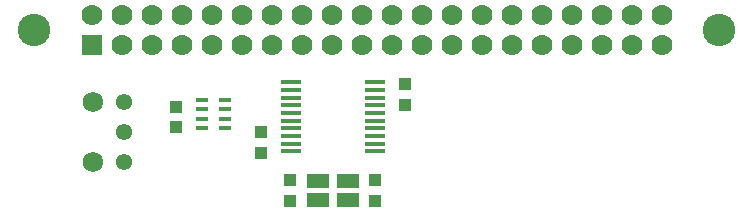
<source format=gts>
From b7320a6b586e8cf12ea126e7ed4320e6d9f53e99 Mon Sep 17 00:00:00 2001
From: opiopan <opiopan@gmail.com>
Date: Mon, 1 Apr 2019 21:26:26 +0900
Subject: add examples

---
 examples/inputs/sonopi-digi.GTS | 120 ++++++++++++++++++++++++++++++++++++++++
 1 file changed, 120 insertions(+)
 create mode 100644 examples/inputs/sonopi-digi.GTS

(limited to 'examples/inputs/sonopi-digi.GTS')

diff --git a/examples/inputs/sonopi-digi.GTS b/examples/inputs/sonopi-digi.GTS
new file mode 100644
index 0000000..74f4c3f
--- /dev/null
+++ b/examples/inputs/sonopi-digi.GTS
@@ -0,0 +1,120 @@
+G04 EAGLE Gerber RS-274X export*
+G75*
+%MOMM*%
+%FSLAX34Y34*%
+%LPD*%
+%INSolder Mask top*%
+%IPPOS*%
+%AMOC8*
+5,1,8,0,0,1.08239X$1,22.5*%
+G01*
+%ADD10R,1.080000X1.050000*%
+%ADD11R,1.800000X0.450000*%
+%ADD12C,1.381250*%
+%ADD13C,1.725000*%
+%ADD14R,1.000000X0.450000*%
+%ADD15C,2.750000*%
+%ADD16R,1.778000X1.778000*%
+%ADD17C,1.778000*%
+%ADD18R,1.900000X1.200000*%
+
+
+D10*
+X227330Y81930D03*
+X227330Y64430D03*
+X349250Y122570D03*
+X349250Y105070D03*
+X251460Y23790D03*
+X251460Y41290D03*
+X323850Y41290D03*
+X323850Y23790D03*
+X154940Y86020D03*
+X154940Y103520D03*
+D11*
+X252790Y124020D03*
+X252790Y117520D03*
+X252790Y111020D03*
+X252790Y104520D03*
+X252790Y98020D03*
+X252790Y91520D03*
+X252790Y85020D03*
+X252790Y78520D03*
+X252790Y72020D03*
+X252790Y65520D03*
+X323790Y65520D03*
+X323790Y72020D03*
+X323790Y78520D03*
+X323790Y85020D03*
+X323790Y91520D03*
+X323790Y98020D03*
+X323790Y104520D03*
+X323790Y111020D03*
+X323790Y117520D03*
+X323790Y124020D03*
+D12*
+X110950Y107470D03*
+X110950Y82070D03*
+X110950Y56670D03*
+D13*
+X84650Y107470D03*
+X84650Y56670D03*
+D14*
+X176690Y109310D03*
+X196690Y109310D03*
+X176690Y101310D03*
+X196690Y101310D03*
+X176690Y93310D03*
+X196690Y93310D03*
+X176690Y85310D03*
+X196690Y85310D03*
+D15*
+X35000Y168000D03*
+X615000Y168000D03*
+D16*
+X83700Y155300D03*
+D17*
+X83700Y180700D03*
+X109100Y155300D03*
+X109100Y180700D03*
+X134500Y155300D03*
+X134500Y180700D03*
+X159900Y155300D03*
+X159900Y180700D03*
+X185300Y155300D03*
+X185300Y180700D03*
+X210700Y155300D03*
+X210700Y180700D03*
+X236100Y155300D03*
+X236100Y180700D03*
+X261500Y155300D03*
+X261500Y180700D03*
+X286900Y155300D03*
+X286900Y180700D03*
+X312300Y155300D03*
+X312300Y180700D03*
+X337700Y155300D03*
+X337700Y180700D03*
+X363100Y155300D03*
+X363100Y180700D03*
+X388500Y155300D03*
+X388500Y180700D03*
+X413900Y155300D03*
+X413900Y180700D03*
+X439300Y155300D03*
+X439300Y180700D03*
+X464700Y155300D03*
+X464700Y180700D03*
+X490100Y155300D03*
+X490100Y180700D03*
+X515500Y155300D03*
+X515500Y180700D03*
+X540900Y155300D03*
+X540900Y180700D03*
+X566300Y155300D03*
+X566300Y180700D03*
+D18*
+X275690Y24540D03*
+X300890Y24540D03*
+X300890Y40540D03*
+X275690Y40540D03*
+M02*
-- 
cgit 


</source>
